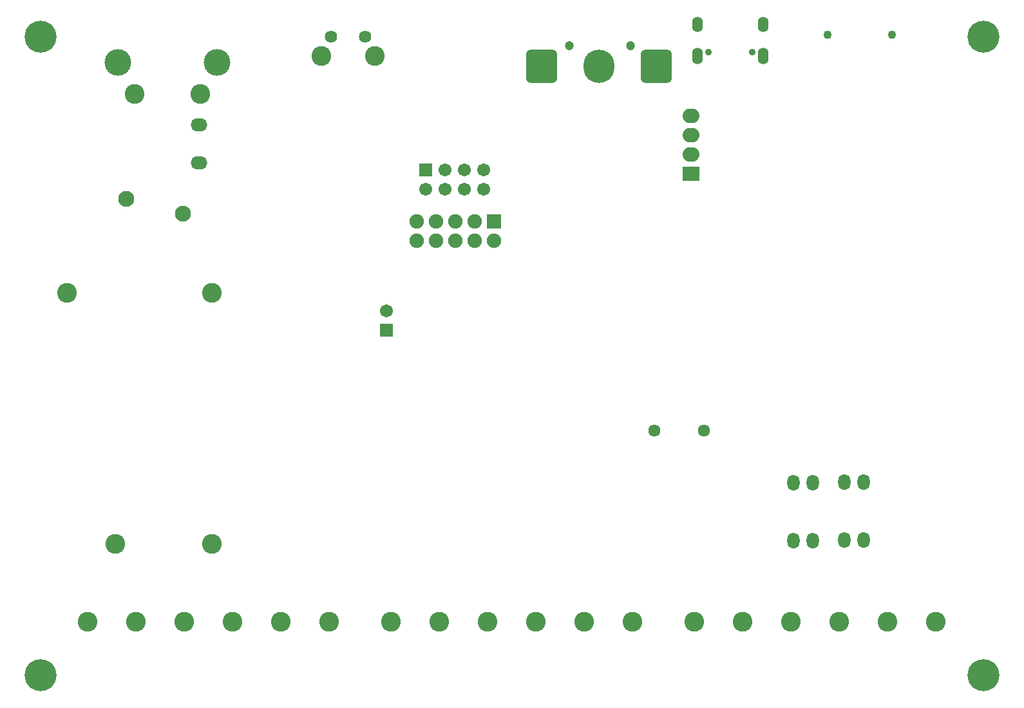
<source format=gbr>
%TF.GenerationSoftware,Altium Limited,Altium Designer,22.5.1 (42)*%
G04 Layer_Color=16711935*
%FSLAX45Y45*%
%MOMM*%
%TF.SameCoordinates,BCC7A4F8-9605-4868-ACEC-D28EECC8EA53*%
%TF.FilePolarity,Negative*%
%TF.FileFunction,Soldermask,Bot*%
%TF.Part,Single*%
G01*
G75*
%TA.AperFunction,SMDPad,CuDef*%
%ADD113O,4.10320X4.38320*%
G04:AMPARAMS|DCode=114|XSize=4.1032mm|YSize=4.3832mm|CornerRadius=0.5891mm|HoleSize=0mm|Usage=FLASHONLY|Rotation=0.000|XOffset=0mm|YOffset=0mm|HoleType=Round|Shape=RoundedRectangle|*
%AMROUNDEDRECTD114*
21,1,4.10320,3.20500,0,0,0.0*
21,1,2.92500,4.38320,0,0,0.0*
1,1,1.17820,1.46250,-1.60250*
1,1,1.17820,-1.46250,-1.60250*
1,1,1.17820,-1.46250,1.60250*
1,1,1.17820,1.46250,1.60250*
%
%ADD114ROUNDEDRECTD114*%
%TA.AperFunction,ComponentPad*%
%ADD115O,1.40320X2.20320*%
%ADD116O,1.40320X2.00320*%
%ADD117C,0.90322*%
%ADD118C,3.50322*%
%ADD119C,2.60160*%
%ADD120C,2.60096*%
%ADD121C,2.10058*%
%TA.AperFunction,ViaPad*%
%ADD122C,4.20320*%
%TA.AperFunction,ComponentPad*%
%ADD123R,2.20320X1.90320*%
%ADD124O,2.20320X1.90320*%
%ADD125C,1.20320*%
%ADD126C,1.62560*%
%ADD127O,1.62560X2.10160*%
%ADD128C,2.59999*%
%ADD129C,1.71120*%
%ADD130R,1.71120X1.71120*%
%ADD131C,1.90320*%
%ADD132R,1.90320X1.90320*%
%ADD133C,1.70320*%
%ADD134R,1.70320X1.70320*%
%ADD135C,1.10322*%
%ADD136C,1.61120*%
%ADD137O,2.20320X1.70320*%
D113*
X7642470Y8305550D02*
D03*
D114*
X8397470D02*
D03*
X6887470D02*
D03*
D115*
X9806031Y8443257D02*
D03*
X8941029Y8443261D02*
D03*
D116*
X9806031Y8863260D02*
D03*
X8941029D02*
D03*
D117*
X9662526Y8495270D02*
D03*
X9084524D02*
D03*
D118*
X1321690Y8364060D02*
D03*
X2621713D02*
D03*
D119*
X1541707Y7944071D02*
D03*
X2401716D02*
D03*
X4697384Y8446950D02*
D03*
X3997386D02*
D03*
D120*
X650810Y5328270D02*
D03*
X2555810D02*
D03*
X1285810Y2026270D02*
D03*
X2555810D02*
D03*
D121*
X1425850Y6562510D02*
D03*
X2177550Y6366310D02*
D03*
D122*
X300000Y300000D02*
D03*
X12700000Y300002D02*
D03*
X12699998Y8700002D02*
D03*
X299998Y8700000D02*
D03*
D123*
X8853710Y6897850D02*
D03*
D124*
Y7151850D02*
D03*
Y7659850D02*
D03*
Y7405850D02*
D03*
D125*
X8055227Y8579330D02*
D03*
X7257210D02*
D03*
D126*
X4572391Y8696963D02*
D03*
X4122379D02*
D03*
D127*
X10451930Y2067370D02*
D03*
Y2829370D02*
D03*
X11125420Y2074230D02*
D03*
Y2836230D02*
D03*
X10871420D02*
D03*
X10197930Y2829370D02*
D03*
Y2067370D02*
D03*
X10871420Y2074230D02*
D03*
D128*
X1554413Y998280D02*
D03*
X919413D02*
D03*
X2189413D02*
D03*
X2824413D02*
D03*
X3459413D02*
D03*
X4094413D02*
D03*
X4909398D02*
D03*
X5544398D02*
D03*
X6179398D02*
D03*
X6814398D02*
D03*
X7449398D02*
D03*
X8084398D02*
D03*
X8899383D02*
D03*
X9534383D02*
D03*
X10169383D02*
D03*
X10804383D02*
D03*
X11439383D02*
D03*
X12074383D02*
D03*
D129*
X4852140Y5088510D02*
D03*
D130*
Y4838510D02*
D03*
D131*
X5250560Y6015340D02*
D03*
Y6269340D02*
D03*
X5504560Y6015340D02*
D03*
Y6269340D02*
D03*
X5758560Y6015340D02*
D03*
Y6269340D02*
D03*
X6012560Y6015340D02*
D03*
Y6269340D02*
D03*
X6266560Y6015340D02*
D03*
D132*
Y6269340D02*
D03*
D133*
X6131530Y6688710D02*
D03*
X5877530D02*
D03*
X5623530D02*
D03*
X5369530D02*
D03*
X5623530Y6942710D02*
D03*
X5877530D02*
D03*
X6131530D02*
D03*
D134*
X5369530D02*
D03*
D135*
X11496988Y8723327D02*
D03*
X10647002D02*
D03*
D136*
X8373390Y3516440D02*
D03*
X9023390D02*
D03*
D137*
X2382910Y7539820D02*
D03*
Y7039821D02*
D03*
%TF.MD5,c9df8bcf25e38656feea0d67f871472c*%
M02*

</source>
